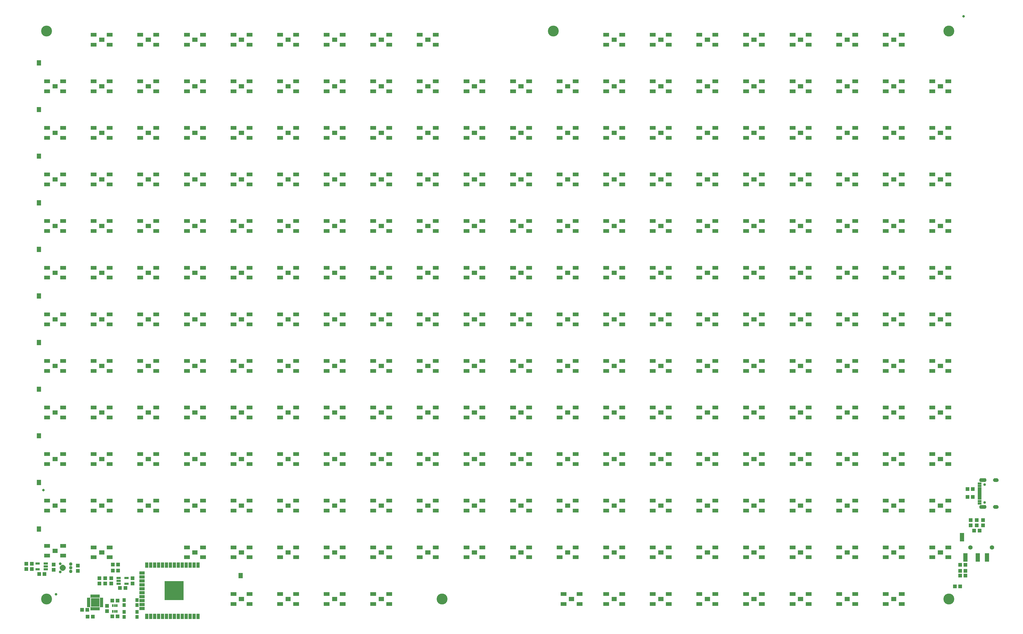
<source format=gts>
G04 EAGLE Gerber RS-274X export*
G75*
%MOMM*%
%FSLAX34Y34*%
%LPD*%
%INSoldermask Top*%
%IPPOS*%
%AMOC8*
5,1,8,0,0,1.08239X$1,22.5*%
G01*
%ADD10R,1.203200X1.303200*%
%ADD11C,0.838200*%
%ADD12R,0.503200X0.863200*%
%ADD13R,1.303200X1.203200*%
%ADD14R,1.103200X1.203200*%
%ADD15R,1.103200X1.703200*%
%ADD16R,1.703200X1.103200*%
%ADD17R,6.203200X6.203200*%
%ADD18R,1.403200X0.753200*%
%ADD19R,0.503200X1.053200*%
%ADD20R,1.053200X0.503200*%
%ADD21R,2.753200X2.753200*%
%ADD22C,3.505200*%
%ADD23R,1.219200X0.503200*%
%ADD24R,1.219200X0.803200*%
%ADD25R,1.219200X0.753200*%
%ADD26C,0.853200*%
%ADD27R,1.403200X2.703200*%
%ADD28C,1.403200*%
%ADD29C,0.500000*%
%ADD30C,0.903200*%
%ADD31C,1.103200*%
%ADD32R,1.854200X1.203200*%
%ADD33R,0.838200X1.473200*%
%ADD34R,1.473200X0.838200*%

G36*
X3095355Y451584D02*
X3095355Y451584D01*
X3095358Y451581D01*
X3096625Y451786D01*
X3096631Y451792D01*
X3096636Y451789D01*
X3097825Y452271D01*
X3097829Y452278D01*
X3097835Y452276D01*
X3098888Y453010D01*
X3098890Y453018D01*
X3098896Y453017D01*
X3099759Y453967D01*
X3099760Y453976D01*
X3099765Y453976D01*
X3100395Y455095D01*
X3100394Y455103D01*
X3100400Y455105D01*
X3100765Y456335D01*
X3100762Y456342D01*
X3100766Y456345D01*
X3100765Y456345D01*
X3100767Y456346D01*
X3100849Y457627D01*
X3100847Y457631D01*
X3100849Y457633D01*
X3100767Y458914D01*
X3100761Y458920D01*
X3100765Y458925D01*
X3100400Y460155D01*
X3100393Y460160D01*
X3100395Y460165D01*
X3099765Y461284D01*
X3099758Y461287D01*
X3099759Y461293D01*
X3098896Y462243D01*
X3098888Y462244D01*
X3098888Y462250D01*
X3097835Y462984D01*
X3097827Y462984D01*
X3097825Y462989D01*
X3096636Y463471D01*
X3096628Y463469D01*
X3096625Y463474D01*
X3095358Y463679D01*
X3095353Y463676D01*
X3095350Y463679D01*
X3083350Y463679D01*
X3083346Y463676D01*
X3083343Y463679D01*
X3082221Y463524D01*
X3082216Y463519D01*
X3082212Y463522D01*
X3081141Y463151D01*
X3081137Y463145D01*
X3081132Y463147D01*
X3080155Y462574D01*
X3080152Y462568D01*
X3080147Y462569D01*
X3079300Y461816D01*
X3079298Y461809D01*
X3079293Y461809D01*
X3078609Y460906D01*
X3078609Y460899D01*
X3078604Y460898D01*
X3078109Y459879D01*
X3078111Y459872D01*
X3078109Y459871D01*
X3078106Y459870D01*
X3077819Y458773D01*
X3077822Y458767D01*
X3077818Y458764D01*
X3077751Y457633D01*
X3077753Y457629D01*
X3077751Y457627D01*
X3077818Y456496D01*
X3077823Y456491D01*
X3077819Y456487D01*
X3078106Y455390D01*
X3078112Y455386D01*
X3078109Y455381D01*
X3078604Y454362D01*
X3078610Y454359D01*
X3078609Y454354D01*
X3079293Y453451D01*
X3079300Y453449D01*
X3079300Y453444D01*
X3080147Y452691D01*
X3080154Y452691D01*
X3080155Y452686D01*
X3081132Y452113D01*
X3081139Y452114D01*
X3081141Y452109D01*
X3082212Y451738D01*
X3082218Y451741D01*
X3082221Y451736D01*
X3083343Y451581D01*
X3083348Y451584D01*
X3083350Y451581D01*
X3095350Y451581D01*
X3095355Y451584D01*
G37*
G36*
X3095355Y365184D02*
X3095355Y365184D01*
X3095358Y365181D01*
X3096625Y365386D01*
X3096631Y365392D01*
X3096636Y365389D01*
X3097825Y365871D01*
X3097829Y365878D01*
X3097835Y365876D01*
X3098888Y366610D01*
X3098890Y366618D01*
X3098896Y366617D01*
X3099759Y367567D01*
X3099760Y367576D01*
X3099765Y367576D01*
X3100395Y368695D01*
X3100394Y368703D01*
X3100400Y368705D01*
X3100765Y369935D01*
X3100762Y369942D01*
X3100766Y369945D01*
X3100765Y369945D01*
X3100767Y369946D01*
X3100849Y371227D01*
X3100847Y371231D01*
X3100849Y371233D01*
X3100767Y372514D01*
X3100761Y372520D01*
X3100765Y372525D01*
X3100400Y373755D01*
X3100393Y373760D01*
X3100395Y373765D01*
X3099765Y374884D01*
X3099758Y374887D01*
X3099759Y374893D01*
X3098896Y375843D01*
X3098888Y375844D01*
X3098888Y375850D01*
X3097835Y376584D01*
X3097827Y376584D01*
X3097825Y376589D01*
X3096636Y377071D01*
X3096628Y377069D01*
X3096625Y377074D01*
X3095358Y377279D01*
X3095353Y377276D01*
X3095350Y377279D01*
X3083350Y377279D01*
X3083346Y377276D01*
X3083343Y377279D01*
X3082221Y377124D01*
X3082216Y377119D01*
X3082212Y377122D01*
X3081141Y376751D01*
X3081137Y376745D01*
X3081132Y376747D01*
X3080155Y376174D01*
X3080152Y376168D01*
X3080147Y376169D01*
X3079300Y375416D01*
X3079298Y375409D01*
X3079293Y375409D01*
X3078609Y374506D01*
X3078609Y374499D01*
X3078604Y374498D01*
X3078109Y373479D01*
X3078111Y373472D01*
X3078109Y373471D01*
X3078106Y373470D01*
X3077819Y372373D01*
X3077822Y372367D01*
X3077818Y372364D01*
X3077751Y371233D01*
X3077753Y371229D01*
X3077751Y371227D01*
X3077818Y370096D01*
X3077823Y370091D01*
X3077819Y370087D01*
X3078106Y368990D01*
X3078112Y368986D01*
X3078109Y368981D01*
X3078604Y367962D01*
X3078610Y367959D01*
X3078609Y367954D01*
X3079293Y367051D01*
X3079300Y367049D01*
X3079300Y367044D01*
X3080147Y366291D01*
X3080154Y366291D01*
X3080155Y366286D01*
X3081132Y365713D01*
X3081139Y365714D01*
X3081141Y365709D01*
X3082212Y365338D01*
X3082218Y365341D01*
X3082221Y365336D01*
X3083343Y365181D01*
X3083348Y365184D01*
X3083350Y365181D01*
X3095350Y365181D01*
X3095355Y365184D01*
G37*
G36*
X3134154Y365183D02*
X3134154Y365183D01*
X3134156Y365181D01*
X3135485Y365336D01*
X3135491Y365342D01*
X3135495Y365339D01*
X3136756Y365786D01*
X3136761Y365793D01*
X3136766Y365791D01*
X3137896Y366508D01*
X3137899Y366515D01*
X3137905Y366514D01*
X3138847Y367465D01*
X3138848Y367473D01*
X3138854Y367473D01*
X3139561Y368609D01*
X3139561Y368614D01*
X3139562Y368615D01*
X3139561Y368617D01*
X3139566Y368619D01*
X3140002Y369884D01*
X3140000Y369892D01*
X3140005Y369895D01*
X3140149Y371225D01*
X3140145Y371231D01*
X3140149Y371235D01*
X3140039Y372401D01*
X3140034Y372406D01*
X3140037Y372410D01*
X3139702Y373533D01*
X3139696Y373537D01*
X3139698Y373541D01*
X3139150Y374577D01*
X3139144Y374580D01*
X3139145Y374585D01*
X3138406Y375493D01*
X3138399Y375495D01*
X3138399Y375500D01*
X3137497Y376247D01*
X3137490Y376247D01*
X3137489Y376253D01*
X3136458Y376809D01*
X3136451Y376808D01*
X3136449Y376813D01*
X3135330Y377157D01*
X3135323Y377155D01*
X3135320Y377159D01*
X3134155Y377279D01*
X3134152Y377277D01*
X3134150Y377279D01*
X3128150Y377279D01*
X3128147Y377277D01*
X3128145Y377279D01*
X3126969Y377168D01*
X3126964Y377163D01*
X3126960Y377166D01*
X3125828Y376828D01*
X3125824Y376822D01*
X3125819Y376824D01*
X3124775Y376272D01*
X3124772Y376265D01*
X3124767Y376267D01*
X3123851Y375521D01*
X3123850Y375514D01*
X3123844Y375514D01*
X3123091Y374605D01*
X3123091Y374597D01*
X3123086Y374597D01*
X3122525Y373557D01*
X3122526Y373550D01*
X3122521Y373548D01*
X3122174Y372419D01*
X3122176Y372413D01*
X3122172Y372410D01*
X3122051Y371235D01*
X3122055Y371228D01*
X3122051Y371224D01*
X3122208Y369884D01*
X3122213Y369878D01*
X3122210Y369873D01*
X3122661Y368602D01*
X3122668Y368597D01*
X3122666Y368592D01*
X3123388Y367453D01*
X3123396Y367450D01*
X3123395Y367444D01*
X3124353Y366494D01*
X3124361Y366493D01*
X3124362Y366487D01*
X3125507Y365774D01*
X3125516Y365775D01*
X3125517Y365769D01*
X3126793Y365329D01*
X3126800Y365331D01*
X3126802Y365329D01*
X3126803Y365327D01*
X3128145Y365181D01*
X3128148Y365183D01*
X3128150Y365181D01*
X3134150Y365181D01*
X3134154Y365183D01*
G37*
G36*
X3134154Y451583D02*
X3134154Y451583D01*
X3134156Y451581D01*
X3135485Y451736D01*
X3135491Y451742D01*
X3135495Y451739D01*
X3136756Y452186D01*
X3136761Y452193D01*
X3136766Y452191D01*
X3137896Y452908D01*
X3137899Y452915D01*
X3137905Y452914D01*
X3138847Y453865D01*
X3138848Y453873D01*
X3138854Y453873D01*
X3139561Y455009D01*
X3139561Y455014D01*
X3139562Y455015D01*
X3139560Y455017D01*
X3139566Y455019D01*
X3140002Y456284D01*
X3140000Y456292D01*
X3140005Y456295D01*
X3140149Y457625D01*
X3140145Y457631D01*
X3140149Y457635D01*
X3140039Y458801D01*
X3140034Y458806D01*
X3140037Y458810D01*
X3139702Y459933D01*
X3139696Y459937D01*
X3139698Y459941D01*
X3139150Y460977D01*
X3139144Y460980D01*
X3139145Y460985D01*
X3138406Y461893D01*
X3138399Y461895D01*
X3138399Y461900D01*
X3137497Y462647D01*
X3137490Y462647D01*
X3137489Y462653D01*
X3136458Y463209D01*
X3136451Y463208D01*
X3136449Y463213D01*
X3135330Y463557D01*
X3135323Y463555D01*
X3135320Y463559D01*
X3134155Y463679D01*
X3134152Y463677D01*
X3134150Y463679D01*
X3128150Y463679D01*
X3128147Y463677D01*
X3128145Y463679D01*
X3126969Y463568D01*
X3126964Y463563D01*
X3126960Y463566D01*
X3125828Y463228D01*
X3125824Y463222D01*
X3125819Y463224D01*
X3124775Y462672D01*
X3124772Y462665D01*
X3124767Y462667D01*
X3123851Y461921D01*
X3123850Y461914D01*
X3123844Y461914D01*
X3123091Y461005D01*
X3123091Y460997D01*
X3123086Y460997D01*
X3122525Y459957D01*
X3122526Y459950D01*
X3122521Y459948D01*
X3122174Y458819D01*
X3122176Y458813D01*
X3122172Y458810D01*
X3122051Y457635D01*
X3122055Y457628D01*
X3122051Y457624D01*
X3122208Y456284D01*
X3122213Y456278D01*
X3122210Y456273D01*
X3122661Y455002D01*
X3122668Y454997D01*
X3122666Y454992D01*
X3123388Y453853D01*
X3123396Y453850D01*
X3123395Y453844D01*
X3124353Y452894D01*
X3124361Y452893D01*
X3124362Y452887D01*
X3125507Y452174D01*
X3125516Y452175D01*
X3125517Y452169D01*
X3126793Y451729D01*
X3126800Y451731D01*
X3126802Y451729D01*
X3126803Y451727D01*
X3128145Y451581D01*
X3128148Y451583D01*
X3128150Y451581D01*
X3134150Y451581D01*
X3134154Y451583D01*
G37*
D10*
X27450Y171200D03*
X27450Y188200D03*
D11*
X3027500Y1950000D03*
X65000Y425000D03*
X105000Y90000D03*
D12*
X288300Y35250D03*
X294800Y53650D03*
X301300Y53650D03*
X288300Y53650D03*
X294800Y35250D03*
X301300Y35250D03*
D13*
X206600Y17900D03*
X223600Y17900D03*
X286300Y19050D03*
X303300Y19050D03*
X286300Y69850D03*
X303300Y69850D03*
D10*
X269400Y52950D03*
X269400Y35950D03*
D14*
X325100Y55500D03*
X325100Y71500D03*
X366100Y71500D03*
X366100Y55500D03*
X366100Y33400D03*
X366100Y17400D03*
X325100Y17400D03*
X325100Y33400D03*
D15*
X562300Y183980D03*
X549600Y183980D03*
X536900Y183980D03*
X524200Y183980D03*
X511500Y183980D03*
X498800Y183980D03*
X486100Y183980D03*
X473400Y183980D03*
X460700Y183980D03*
X448000Y183980D03*
X435300Y183980D03*
X422600Y183980D03*
X409900Y183980D03*
X397200Y183980D03*
D16*
X382300Y158750D03*
X382300Y146050D03*
X382300Y133350D03*
X382300Y120650D03*
X382300Y107950D03*
X382300Y95250D03*
X382300Y82550D03*
X382300Y69850D03*
X382300Y57150D03*
X382300Y44450D03*
D15*
X397200Y19220D03*
X409900Y19220D03*
X422600Y19220D03*
X435300Y19220D03*
X448000Y19220D03*
X460700Y19220D03*
X473400Y19220D03*
X486100Y19220D03*
X498800Y19220D03*
X511500Y19220D03*
X524200Y19220D03*
X536900Y19220D03*
X549600Y19220D03*
X562300Y19220D03*
D17*
X485300Y101600D03*
D18*
X72201Y170200D03*
X72201Y179700D03*
X72201Y189200D03*
X46199Y189200D03*
X46199Y170200D03*
D19*
X218800Y84000D03*
X223800Y84000D03*
X228800Y84000D03*
X233800Y84000D03*
X238800Y84000D03*
X243800Y84000D03*
D20*
X251800Y76000D03*
X251800Y71000D03*
X251800Y66000D03*
X251800Y61000D03*
X251800Y56000D03*
X251800Y51000D03*
X210800Y51000D03*
X210800Y56000D03*
X210800Y61000D03*
X210800Y66000D03*
X210800Y71000D03*
X210800Y76000D03*
D19*
X243800Y43000D03*
X238800Y43000D03*
X233800Y43000D03*
X228800Y43000D03*
X223800Y43000D03*
X218800Y43000D03*
D21*
X231300Y63500D03*
D22*
X2980000Y75000D03*
X75000Y75000D03*
D23*
X3078610Y421930D03*
X3078610Y416930D03*
D24*
X3078610Y446680D03*
D25*
X3078610Y438930D03*
D23*
X3078610Y431930D03*
X3078610Y426930D03*
X3078610Y406930D03*
X3078610Y411930D03*
D24*
X3078610Y382180D03*
D25*
X3078610Y389930D03*
D23*
X3078610Y396930D03*
X3078610Y401930D03*
D26*
X3094600Y385530D03*
X3094600Y443330D03*
D13*
X3039900Y428400D03*
X3056900Y428400D03*
X3039900Y403000D03*
X3056900Y403000D03*
D27*
X3033000Y208500D03*
X3022000Y273500D03*
X3073000Y208500D03*
X3103000Y208500D03*
D28*
X3119000Y241000D03*
X3049000Y241000D03*
D29*
X120000Y175200D02*
X120002Y175372D01*
X120008Y175543D01*
X120019Y175715D01*
X120034Y175886D01*
X120053Y176057D01*
X120076Y176227D01*
X120103Y176397D01*
X120135Y176566D01*
X120170Y176734D01*
X120210Y176901D01*
X120254Y177067D01*
X120301Y177232D01*
X120353Y177396D01*
X120409Y177558D01*
X120469Y177719D01*
X120533Y177879D01*
X120601Y178037D01*
X120672Y178193D01*
X120747Y178347D01*
X120827Y178500D01*
X120909Y178650D01*
X120996Y178799D01*
X121086Y178945D01*
X121180Y179089D01*
X121277Y179231D01*
X121378Y179370D01*
X121482Y179507D01*
X121589Y179641D01*
X121700Y179772D01*
X121813Y179901D01*
X121930Y180027D01*
X122050Y180150D01*
X122173Y180270D01*
X122299Y180387D01*
X122428Y180500D01*
X122559Y180611D01*
X122693Y180718D01*
X122830Y180822D01*
X122969Y180923D01*
X123111Y181020D01*
X123255Y181114D01*
X123401Y181204D01*
X123550Y181291D01*
X123700Y181373D01*
X123853Y181453D01*
X124007Y181528D01*
X124163Y181599D01*
X124321Y181667D01*
X124481Y181731D01*
X124642Y181791D01*
X124804Y181847D01*
X124968Y181899D01*
X125133Y181946D01*
X125299Y181990D01*
X125466Y182030D01*
X125634Y182065D01*
X125803Y182097D01*
X125973Y182124D01*
X126143Y182147D01*
X126314Y182166D01*
X126485Y182181D01*
X126657Y182192D01*
X126828Y182198D01*
X127000Y182200D01*
X127172Y182198D01*
X127343Y182192D01*
X127515Y182181D01*
X127686Y182166D01*
X127857Y182147D01*
X128027Y182124D01*
X128197Y182097D01*
X128366Y182065D01*
X128534Y182030D01*
X128701Y181990D01*
X128867Y181946D01*
X129032Y181899D01*
X129196Y181847D01*
X129358Y181791D01*
X129519Y181731D01*
X129679Y181667D01*
X129837Y181599D01*
X129993Y181528D01*
X130147Y181453D01*
X130300Y181373D01*
X130450Y181291D01*
X130599Y181204D01*
X130745Y181114D01*
X130889Y181020D01*
X131031Y180923D01*
X131170Y180822D01*
X131307Y180718D01*
X131441Y180611D01*
X131572Y180500D01*
X131701Y180387D01*
X131827Y180270D01*
X131950Y180150D01*
X132070Y180027D01*
X132187Y179901D01*
X132300Y179772D01*
X132411Y179641D01*
X132518Y179507D01*
X132622Y179370D01*
X132723Y179231D01*
X132820Y179089D01*
X132914Y178945D01*
X133004Y178799D01*
X133091Y178650D01*
X133173Y178500D01*
X133253Y178347D01*
X133328Y178193D01*
X133399Y178037D01*
X133467Y177879D01*
X133531Y177719D01*
X133591Y177558D01*
X133647Y177396D01*
X133699Y177232D01*
X133746Y177067D01*
X133790Y176901D01*
X133830Y176734D01*
X133865Y176566D01*
X133897Y176397D01*
X133924Y176227D01*
X133947Y176057D01*
X133966Y175886D01*
X133981Y175715D01*
X133992Y175543D01*
X133998Y175372D01*
X134000Y175200D01*
X133998Y175028D01*
X133992Y174857D01*
X133981Y174685D01*
X133966Y174514D01*
X133947Y174343D01*
X133924Y174173D01*
X133897Y174003D01*
X133865Y173834D01*
X133830Y173666D01*
X133790Y173499D01*
X133746Y173333D01*
X133699Y173168D01*
X133647Y173004D01*
X133591Y172842D01*
X133531Y172681D01*
X133467Y172521D01*
X133399Y172363D01*
X133328Y172207D01*
X133253Y172053D01*
X133173Y171900D01*
X133091Y171750D01*
X133004Y171601D01*
X132914Y171455D01*
X132820Y171311D01*
X132723Y171169D01*
X132622Y171030D01*
X132518Y170893D01*
X132411Y170759D01*
X132300Y170628D01*
X132187Y170499D01*
X132070Y170373D01*
X131950Y170250D01*
X131827Y170130D01*
X131701Y170013D01*
X131572Y169900D01*
X131441Y169789D01*
X131307Y169682D01*
X131170Y169578D01*
X131031Y169477D01*
X130889Y169380D01*
X130745Y169286D01*
X130599Y169196D01*
X130450Y169109D01*
X130300Y169027D01*
X130147Y168947D01*
X129993Y168872D01*
X129837Y168801D01*
X129679Y168733D01*
X129519Y168669D01*
X129358Y168609D01*
X129196Y168553D01*
X129032Y168501D01*
X128867Y168454D01*
X128701Y168410D01*
X128534Y168370D01*
X128366Y168335D01*
X128197Y168303D01*
X128027Y168276D01*
X127857Y168253D01*
X127686Y168234D01*
X127515Y168219D01*
X127343Y168208D01*
X127172Y168202D01*
X127000Y168200D01*
X126828Y168202D01*
X126657Y168208D01*
X126485Y168219D01*
X126314Y168234D01*
X126143Y168253D01*
X125973Y168276D01*
X125803Y168303D01*
X125634Y168335D01*
X125466Y168370D01*
X125299Y168410D01*
X125133Y168454D01*
X124968Y168501D01*
X124804Y168553D01*
X124642Y168609D01*
X124481Y168669D01*
X124321Y168733D01*
X124163Y168801D01*
X124007Y168872D01*
X123853Y168947D01*
X123700Y169027D01*
X123550Y169109D01*
X123401Y169196D01*
X123255Y169286D01*
X123111Y169380D01*
X122969Y169477D01*
X122830Y169578D01*
X122693Y169682D01*
X122559Y169789D01*
X122428Y169900D01*
X122299Y170013D01*
X122173Y170130D01*
X122050Y170250D01*
X121930Y170373D01*
X121813Y170499D01*
X121700Y170628D01*
X121589Y170759D01*
X121482Y170893D01*
X121378Y171030D01*
X121277Y171169D01*
X121180Y171311D01*
X121086Y171455D01*
X120996Y171601D01*
X120909Y171750D01*
X120827Y171900D01*
X120747Y172053D01*
X120672Y172207D01*
X120601Y172363D01*
X120533Y172521D01*
X120469Y172681D01*
X120409Y172842D01*
X120353Y173004D01*
X120301Y173168D01*
X120254Y173333D01*
X120210Y173499D01*
X120170Y173666D01*
X120135Y173834D01*
X120103Y174003D01*
X120076Y174173D01*
X120053Y174343D01*
X120034Y174514D01*
X120019Y174685D01*
X120008Y174857D01*
X120002Y175028D01*
X120000Y175200D01*
D30*
X119000Y162200D03*
D31*
X153200Y175200D03*
X153200Y187200D03*
D30*
X119000Y188200D03*
D31*
X153200Y163200D03*
X127000Y175200D03*
D10*
X175800Y182200D03*
X175800Y165200D03*
D13*
X305500Y166400D03*
X288500Y166400D03*
D18*
X306699Y142800D03*
X306699Y133300D03*
X306699Y123800D03*
X332701Y123800D03*
X332701Y142800D03*
D10*
X282950Y124800D03*
X282950Y141800D03*
X244850Y141800D03*
X244850Y124800D03*
X263900Y124800D03*
X263900Y141800D03*
D13*
X311500Y110000D03*
X328500Y110000D03*
D10*
X351450Y141800D03*
X351450Y124800D03*
D13*
X305500Y185450D03*
X288500Y185450D03*
X2999500Y115000D03*
X3016500Y115000D03*
D10*
X3090000Y311500D03*
X3090000Y328500D03*
X3050000Y328500D03*
X3050000Y311500D03*
D13*
X3033500Y165000D03*
X3016500Y165000D03*
D10*
X3070000Y311500D03*
X3070000Y328500D03*
D13*
X3016500Y150000D03*
X3033500Y150000D03*
X3078500Y295000D03*
X3061500Y295000D03*
X3016500Y185000D03*
X3033500Y185000D03*
D32*
X278270Y1859000D03*
X226730Y1859000D03*
X226730Y1891000D03*
X278270Y1891000D03*
X428270Y1859000D03*
X376730Y1859000D03*
X376730Y1891000D03*
X428270Y1891000D03*
D33*
X248436Y1875000D03*
X256564Y1875000D03*
X398436Y1875000D03*
X406564Y1875000D03*
D32*
X578270Y1859000D03*
X526730Y1859000D03*
X526730Y1891000D03*
X578270Y1891000D03*
X728270Y1859000D03*
X676730Y1859000D03*
X676730Y1891000D03*
X728270Y1891000D03*
D33*
X548436Y1875000D03*
X556564Y1875000D03*
X698436Y1875000D03*
X706564Y1875000D03*
D32*
X878270Y1859000D03*
X826730Y1859000D03*
X826730Y1891000D03*
X878270Y1891000D03*
X1028270Y1859000D03*
X976730Y1859000D03*
X976730Y1891000D03*
X1028270Y1891000D03*
D33*
X848436Y1875000D03*
X856564Y1875000D03*
X998436Y1875000D03*
X1006564Y1875000D03*
D32*
X1178270Y1859000D03*
X1126730Y1859000D03*
X1126730Y1891000D03*
X1178270Y1891000D03*
X1328270Y1859000D03*
X1276730Y1859000D03*
X1276730Y1891000D03*
X1328270Y1891000D03*
D33*
X1148436Y1875000D03*
X1156564Y1875000D03*
X1298436Y1875000D03*
X1306564Y1875000D03*
D32*
X1928270Y1859000D03*
X1876730Y1859000D03*
X1876730Y1891000D03*
X1928270Y1891000D03*
X2078270Y1859000D03*
X2026730Y1859000D03*
X2026730Y1891000D03*
X2078270Y1891000D03*
D33*
X1898436Y1875000D03*
X1906564Y1875000D03*
X2048436Y1875000D03*
X2056564Y1875000D03*
D32*
X2228270Y1859000D03*
X2176730Y1859000D03*
X2176730Y1891000D03*
X2228270Y1891000D03*
X2378270Y1859000D03*
X2326730Y1859000D03*
X2326730Y1891000D03*
X2378270Y1891000D03*
D33*
X2198436Y1875000D03*
X2206564Y1875000D03*
X2348436Y1875000D03*
X2356564Y1875000D03*
D32*
X2528270Y1859000D03*
X2476730Y1859000D03*
X2476730Y1891000D03*
X2528270Y1891000D03*
X2678270Y1859000D03*
X2626730Y1859000D03*
X2626730Y1891000D03*
X2678270Y1891000D03*
D33*
X2498436Y1875000D03*
X2506564Y1875000D03*
X2648436Y1875000D03*
X2656564Y1875000D03*
D32*
X2828270Y1859000D03*
X2776730Y1859000D03*
X2776730Y1891000D03*
X2828270Y1891000D03*
D33*
X2798436Y1875000D03*
X2806564Y1875000D03*
D32*
X128270Y1709000D03*
X76730Y1709000D03*
X76730Y1741000D03*
X128270Y1741000D03*
D33*
X98436Y1725000D03*
X106564Y1725000D03*
D32*
X278270Y1709000D03*
X226730Y1709000D03*
X226730Y1741000D03*
X278270Y1741000D03*
D33*
X248436Y1725000D03*
X256564Y1725000D03*
D32*
X428270Y1709000D03*
X376730Y1709000D03*
X376730Y1741000D03*
X428270Y1741000D03*
X578270Y1709000D03*
X526730Y1709000D03*
X526730Y1741000D03*
X578270Y1741000D03*
D33*
X398436Y1725000D03*
X406564Y1725000D03*
X548436Y1725000D03*
X556564Y1725000D03*
D32*
X728270Y1709000D03*
X676730Y1709000D03*
X676730Y1741000D03*
X728270Y1741000D03*
X878270Y1709000D03*
X826730Y1709000D03*
X826730Y1741000D03*
X878270Y1741000D03*
D33*
X698436Y1725000D03*
X706564Y1725000D03*
X848436Y1725000D03*
X856564Y1725000D03*
D32*
X1028270Y1709000D03*
X976730Y1709000D03*
X976730Y1741000D03*
X1028270Y1741000D03*
X1178270Y1709000D03*
X1126730Y1709000D03*
X1126730Y1741000D03*
X1178270Y1741000D03*
D33*
X998436Y1725000D03*
X1006564Y1725000D03*
X1148436Y1725000D03*
X1156564Y1725000D03*
D32*
X1328270Y1709000D03*
X1276730Y1709000D03*
X1276730Y1741000D03*
X1328270Y1741000D03*
X1478270Y1709000D03*
X1426730Y1709000D03*
X1426730Y1741000D03*
X1478270Y1741000D03*
D33*
X1298436Y1725000D03*
X1306564Y1725000D03*
X1448436Y1725000D03*
X1456564Y1725000D03*
D32*
X1628270Y1709000D03*
X1576730Y1709000D03*
X1576730Y1741000D03*
X1628270Y1741000D03*
X1778270Y1709000D03*
X1726730Y1709000D03*
X1726730Y1741000D03*
X1778270Y1741000D03*
D33*
X1598436Y1725000D03*
X1606564Y1725000D03*
X1748436Y1725000D03*
X1756564Y1725000D03*
D32*
X1928270Y1709000D03*
X1876730Y1709000D03*
X1876730Y1741000D03*
X1928270Y1741000D03*
D33*
X1898436Y1725000D03*
X1906564Y1725000D03*
D32*
X2078270Y1709000D03*
X2026730Y1709000D03*
X2026730Y1741000D03*
X2078270Y1741000D03*
X2228270Y1709000D03*
X2176730Y1709000D03*
X2176730Y1741000D03*
X2228270Y1741000D03*
D33*
X2048436Y1725000D03*
X2056564Y1725000D03*
X2198436Y1725000D03*
X2206564Y1725000D03*
D32*
X2378270Y1709000D03*
X2326730Y1709000D03*
X2326730Y1741000D03*
X2378270Y1741000D03*
X2528270Y1709000D03*
X2476730Y1709000D03*
X2476730Y1741000D03*
X2528270Y1741000D03*
D33*
X2348436Y1725000D03*
X2356564Y1725000D03*
X2498436Y1725000D03*
X2506564Y1725000D03*
D32*
X2678270Y1709000D03*
X2626730Y1709000D03*
X2626730Y1741000D03*
X2678270Y1741000D03*
X2828270Y1709000D03*
X2776730Y1709000D03*
X2776730Y1741000D03*
X2828270Y1741000D03*
D33*
X2648436Y1725000D03*
X2656564Y1725000D03*
X2798436Y1725000D03*
X2806564Y1725000D03*
D32*
X2978270Y1709000D03*
X2926730Y1709000D03*
X2926730Y1741000D03*
X2978270Y1741000D03*
D33*
X2948436Y1725000D03*
X2956564Y1725000D03*
D32*
X128270Y1559000D03*
X76730Y1559000D03*
X76730Y1591000D03*
X128270Y1591000D03*
X278270Y1559000D03*
X226730Y1559000D03*
X226730Y1591000D03*
X278270Y1591000D03*
D33*
X98436Y1575000D03*
X106564Y1575000D03*
X248436Y1575000D03*
X256564Y1575000D03*
D32*
X428270Y1559000D03*
X376730Y1559000D03*
X376730Y1591000D03*
X428270Y1591000D03*
D33*
X398436Y1575000D03*
X406564Y1575000D03*
D32*
X578270Y1559000D03*
X526730Y1559000D03*
X526730Y1591000D03*
X578270Y1591000D03*
X728270Y1559000D03*
X676730Y1559000D03*
X676730Y1591000D03*
X728270Y1591000D03*
D33*
X548436Y1575000D03*
X556564Y1575000D03*
X698436Y1575000D03*
X706564Y1575000D03*
D32*
X878270Y1559000D03*
X826730Y1559000D03*
X826730Y1591000D03*
X878270Y1591000D03*
X1028270Y1559000D03*
X976730Y1559000D03*
X976730Y1591000D03*
X1028270Y1591000D03*
D33*
X848436Y1575000D03*
X856564Y1575000D03*
X998436Y1575000D03*
X1006564Y1575000D03*
D32*
X1178270Y1559000D03*
X1126730Y1559000D03*
X1126730Y1591000D03*
X1178270Y1591000D03*
X1328270Y1559000D03*
X1276730Y1559000D03*
X1276730Y1591000D03*
X1328270Y1591000D03*
D33*
X1148436Y1575000D03*
X1156564Y1575000D03*
X1298436Y1575000D03*
X1306564Y1575000D03*
D32*
X1478270Y1559000D03*
X1426730Y1559000D03*
X1426730Y1591000D03*
X1478270Y1591000D03*
X1628270Y1559000D03*
X1576730Y1559000D03*
X1576730Y1591000D03*
X1628270Y1591000D03*
D33*
X1448436Y1575000D03*
X1456564Y1575000D03*
X1598436Y1575000D03*
X1606564Y1575000D03*
D32*
X1778270Y1559000D03*
X1726730Y1559000D03*
X1726730Y1591000D03*
X1778270Y1591000D03*
X1928270Y1559000D03*
X1876730Y1559000D03*
X1876730Y1591000D03*
X1928270Y1591000D03*
D33*
X1748436Y1575000D03*
X1756564Y1575000D03*
X1898436Y1575000D03*
X1906564Y1575000D03*
D32*
X2078270Y1559000D03*
X2026730Y1559000D03*
X2026730Y1591000D03*
X2078270Y1591000D03*
D33*
X2048436Y1575000D03*
X2056564Y1575000D03*
D32*
X2228270Y1559000D03*
X2176730Y1559000D03*
X2176730Y1591000D03*
X2228270Y1591000D03*
X2378270Y1559000D03*
X2326730Y1559000D03*
X2326730Y1591000D03*
X2378270Y1591000D03*
D33*
X2198436Y1575000D03*
X2206564Y1575000D03*
X2348436Y1575000D03*
X2356564Y1575000D03*
D32*
X2528270Y1559000D03*
X2476730Y1559000D03*
X2476730Y1591000D03*
X2528270Y1591000D03*
X2678270Y1559000D03*
X2626730Y1559000D03*
X2626730Y1591000D03*
X2678270Y1591000D03*
D33*
X2498436Y1575000D03*
X2506564Y1575000D03*
X2648436Y1575000D03*
X2656564Y1575000D03*
D32*
X2828270Y1559000D03*
X2776730Y1559000D03*
X2776730Y1591000D03*
X2828270Y1591000D03*
X2978270Y1559000D03*
X2926730Y1559000D03*
X2926730Y1591000D03*
X2978270Y1591000D03*
D33*
X2798436Y1575000D03*
X2806564Y1575000D03*
X2948436Y1575000D03*
X2956564Y1575000D03*
D32*
X128270Y1409000D03*
X76730Y1409000D03*
X76730Y1441000D03*
X128270Y1441000D03*
D33*
X98436Y1425000D03*
X106564Y1425000D03*
D32*
X278270Y1409000D03*
X226730Y1409000D03*
X226730Y1441000D03*
X278270Y1441000D03*
X428270Y1409000D03*
X376730Y1409000D03*
X376730Y1441000D03*
X428270Y1441000D03*
D33*
X248436Y1425000D03*
X256564Y1425000D03*
X398436Y1425000D03*
X406564Y1425000D03*
D32*
X578270Y1409000D03*
X526730Y1409000D03*
X526730Y1441000D03*
X578270Y1441000D03*
D33*
X548436Y1425000D03*
X556564Y1425000D03*
D32*
X728270Y1409000D03*
X676730Y1409000D03*
X676730Y1441000D03*
X728270Y1441000D03*
X878270Y1409000D03*
X826730Y1409000D03*
X826730Y1441000D03*
X878270Y1441000D03*
D33*
X698436Y1425000D03*
X706564Y1425000D03*
X848436Y1425000D03*
X856564Y1425000D03*
D32*
X1028270Y1409000D03*
X976730Y1409000D03*
X976730Y1441000D03*
X1028270Y1441000D03*
X1178270Y1409000D03*
X1126730Y1409000D03*
X1126730Y1441000D03*
X1178270Y1441000D03*
D33*
X998436Y1425000D03*
X1006564Y1425000D03*
X1148436Y1425000D03*
X1156564Y1425000D03*
D32*
X1328270Y1409000D03*
X1276730Y1409000D03*
X1276730Y1441000D03*
X1328270Y1441000D03*
X1478270Y1409000D03*
X1426730Y1409000D03*
X1426730Y1441000D03*
X1478270Y1441000D03*
D33*
X1298436Y1425000D03*
X1306564Y1425000D03*
X1448436Y1425000D03*
X1456564Y1425000D03*
D32*
X1628270Y1409000D03*
X1576730Y1409000D03*
X1576730Y1441000D03*
X1628270Y1441000D03*
X1778270Y1409000D03*
X1726730Y1409000D03*
X1726730Y1441000D03*
X1778270Y1441000D03*
D33*
X1598436Y1425000D03*
X1606564Y1425000D03*
X1748436Y1425000D03*
X1756564Y1425000D03*
D32*
X1928270Y1409000D03*
X1876730Y1409000D03*
X1876730Y1441000D03*
X1928270Y1441000D03*
X2078270Y1409000D03*
X2026730Y1409000D03*
X2026730Y1441000D03*
X2078270Y1441000D03*
D33*
X1898436Y1425000D03*
X1906564Y1425000D03*
X2048436Y1425000D03*
X2056564Y1425000D03*
D32*
X2228270Y1409000D03*
X2176730Y1409000D03*
X2176730Y1441000D03*
X2228270Y1441000D03*
D33*
X2198436Y1425000D03*
X2206564Y1425000D03*
D32*
X2378270Y1409000D03*
X2326730Y1409000D03*
X2326730Y1441000D03*
X2378270Y1441000D03*
X2528270Y1409000D03*
X2476730Y1409000D03*
X2476730Y1441000D03*
X2528270Y1441000D03*
D33*
X2348436Y1425000D03*
X2356564Y1425000D03*
X2498436Y1425000D03*
X2506564Y1425000D03*
D32*
X2678270Y1409000D03*
X2626730Y1409000D03*
X2626730Y1441000D03*
X2678270Y1441000D03*
X2828270Y1409000D03*
X2776730Y1409000D03*
X2776730Y1441000D03*
X2828270Y1441000D03*
D33*
X2648436Y1425000D03*
X2656564Y1425000D03*
X2798436Y1425000D03*
X2806564Y1425000D03*
D32*
X2978270Y1409000D03*
X2926730Y1409000D03*
X2926730Y1441000D03*
X2978270Y1441000D03*
D33*
X2948436Y1425000D03*
X2956564Y1425000D03*
D32*
X128270Y1259000D03*
X76730Y1259000D03*
X76730Y1291000D03*
X128270Y1291000D03*
X278270Y1259000D03*
X226730Y1259000D03*
X226730Y1291000D03*
X278270Y1291000D03*
D33*
X98436Y1275000D03*
X106564Y1275000D03*
X248436Y1275000D03*
X256564Y1275000D03*
D32*
X428270Y1259000D03*
X376730Y1259000D03*
X376730Y1291000D03*
X428270Y1291000D03*
X578270Y1259000D03*
X526730Y1259000D03*
X526730Y1291000D03*
X578270Y1291000D03*
D33*
X398436Y1275000D03*
X406564Y1275000D03*
X548436Y1275000D03*
X556564Y1275000D03*
D32*
X728270Y1259000D03*
X676730Y1259000D03*
X676730Y1291000D03*
X728270Y1291000D03*
D33*
X698436Y1275000D03*
X706564Y1275000D03*
D32*
X878270Y1259000D03*
X826730Y1259000D03*
X826730Y1291000D03*
X878270Y1291000D03*
X1028270Y1259000D03*
X976730Y1259000D03*
X976730Y1291000D03*
X1028270Y1291000D03*
D33*
X848436Y1275000D03*
X856564Y1275000D03*
X998436Y1275000D03*
X1006564Y1275000D03*
D32*
X1178270Y1259000D03*
X1126730Y1259000D03*
X1126730Y1291000D03*
X1178270Y1291000D03*
X1328270Y1259000D03*
X1276730Y1259000D03*
X1276730Y1291000D03*
X1328270Y1291000D03*
D33*
X1148436Y1275000D03*
X1156564Y1275000D03*
X1298436Y1275000D03*
X1306564Y1275000D03*
D32*
X1478270Y1259000D03*
X1426730Y1259000D03*
X1426730Y1291000D03*
X1478270Y1291000D03*
X1628270Y1259000D03*
X1576730Y1259000D03*
X1576730Y1291000D03*
X1628270Y1291000D03*
D33*
X1448436Y1275000D03*
X1456564Y1275000D03*
X1598436Y1275000D03*
X1606564Y1275000D03*
D32*
X1778270Y1259000D03*
X1726730Y1259000D03*
X1726730Y1291000D03*
X1778270Y1291000D03*
X1928270Y1259000D03*
X1876730Y1259000D03*
X1876730Y1291000D03*
X1928270Y1291000D03*
D33*
X1748436Y1275000D03*
X1756564Y1275000D03*
X1898436Y1275000D03*
X1906564Y1275000D03*
D32*
X2078270Y1259000D03*
X2026730Y1259000D03*
X2026730Y1291000D03*
X2078270Y1291000D03*
X2228270Y1259000D03*
X2176730Y1259000D03*
X2176730Y1291000D03*
X2228270Y1291000D03*
D33*
X2048436Y1275000D03*
X2056564Y1275000D03*
X2198436Y1275000D03*
X2206564Y1275000D03*
D32*
X2378270Y1259000D03*
X2326730Y1259000D03*
X2326730Y1291000D03*
X2378270Y1291000D03*
D33*
X2348436Y1275000D03*
X2356564Y1275000D03*
D32*
X2528270Y1259000D03*
X2476730Y1259000D03*
X2476730Y1291000D03*
X2528270Y1291000D03*
X2678270Y1259000D03*
X2626730Y1259000D03*
X2626730Y1291000D03*
X2678270Y1291000D03*
D33*
X2498436Y1275000D03*
X2506564Y1275000D03*
X2648436Y1275000D03*
X2656564Y1275000D03*
D32*
X2828270Y1259000D03*
X2776730Y1259000D03*
X2776730Y1291000D03*
X2828270Y1291000D03*
X2978270Y1259000D03*
X2926730Y1259000D03*
X2926730Y1291000D03*
X2978270Y1291000D03*
D33*
X2798436Y1275000D03*
X2806564Y1275000D03*
X2948436Y1275000D03*
X2956564Y1275000D03*
D32*
X128270Y1109000D03*
X76730Y1109000D03*
X76730Y1141000D03*
X128270Y1141000D03*
D33*
X98436Y1125000D03*
X106564Y1125000D03*
D32*
X278270Y1109000D03*
X226730Y1109000D03*
X226730Y1141000D03*
X278270Y1141000D03*
X428270Y1109000D03*
X376730Y1109000D03*
X376730Y1141000D03*
X428270Y1141000D03*
D33*
X248436Y1125000D03*
X256564Y1125000D03*
X398436Y1125000D03*
X406564Y1125000D03*
D32*
X578270Y1109000D03*
X526730Y1109000D03*
X526730Y1141000D03*
X578270Y1141000D03*
X728270Y1109000D03*
X676730Y1109000D03*
X676730Y1141000D03*
X728270Y1141000D03*
D33*
X548436Y1125000D03*
X556564Y1125000D03*
X698436Y1125000D03*
X706564Y1125000D03*
D32*
X878270Y1109000D03*
X826730Y1109000D03*
X826730Y1141000D03*
X878270Y1141000D03*
D33*
X848436Y1125000D03*
X856564Y1125000D03*
D32*
X1028270Y1109000D03*
X976730Y1109000D03*
X976730Y1141000D03*
X1028270Y1141000D03*
X1178270Y1109000D03*
X1126730Y1109000D03*
X1126730Y1141000D03*
X1178270Y1141000D03*
D33*
X998436Y1125000D03*
X1006564Y1125000D03*
X1148436Y1125000D03*
X1156564Y1125000D03*
D32*
X1328270Y1109000D03*
X1276730Y1109000D03*
X1276730Y1141000D03*
X1328270Y1141000D03*
X1478270Y1109000D03*
X1426730Y1109000D03*
X1426730Y1141000D03*
X1478270Y1141000D03*
D33*
X1298436Y1125000D03*
X1306564Y1125000D03*
X1448436Y1125000D03*
X1456564Y1125000D03*
D32*
X1628270Y1109000D03*
X1576730Y1109000D03*
X1576730Y1141000D03*
X1628270Y1141000D03*
X1778270Y1109000D03*
X1726730Y1109000D03*
X1726730Y1141000D03*
X1778270Y1141000D03*
D33*
X1598436Y1125000D03*
X1606564Y1125000D03*
X1748436Y1125000D03*
X1756564Y1125000D03*
D32*
X1928270Y1109000D03*
X1876730Y1109000D03*
X1876730Y1141000D03*
X1928270Y1141000D03*
X2078270Y1109000D03*
X2026730Y1109000D03*
X2026730Y1141000D03*
X2078270Y1141000D03*
D33*
X1898436Y1125000D03*
X1906564Y1125000D03*
X2048436Y1125000D03*
X2056564Y1125000D03*
D32*
X2228270Y1109000D03*
X2176730Y1109000D03*
X2176730Y1141000D03*
X2228270Y1141000D03*
X2378270Y1109000D03*
X2326730Y1109000D03*
X2326730Y1141000D03*
X2378270Y1141000D03*
D33*
X2198436Y1125000D03*
X2206564Y1125000D03*
X2348436Y1125000D03*
X2356564Y1125000D03*
D32*
X2528270Y1109000D03*
X2476730Y1109000D03*
X2476730Y1141000D03*
X2528270Y1141000D03*
D33*
X2498436Y1125000D03*
X2506564Y1125000D03*
D32*
X2678270Y1109000D03*
X2626730Y1109000D03*
X2626730Y1141000D03*
X2678270Y1141000D03*
X2828270Y1109000D03*
X2776730Y1109000D03*
X2776730Y1141000D03*
X2828270Y1141000D03*
D33*
X2648436Y1125000D03*
X2656564Y1125000D03*
X2798436Y1125000D03*
X2806564Y1125000D03*
D32*
X2978270Y1109000D03*
X2926730Y1109000D03*
X2926730Y1141000D03*
X2978270Y1141000D03*
D33*
X2948436Y1125000D03*
X2956564Y1125000D03*
D32*
X128270Y959000D03*
X76730Y959000D03*
X76730Y991000D03*
X128270Y991000D03*
X278270Y959000D03*
X226730Y959000D03*
X226730Y991000D03*
X278270Y991000D03*
D33*
X98436Y975000D03*
X106564Y975000D03*
X248436Y975000D03*
X256564Y975000D03*
D32*
X428270Y959000D03*
X376730Y959000D03*
X376730Y991000D03*
X428270Y991000D03*
X578270Y959000D03*
X526730Y959000D03*
X526730Y991000D03*
X578270Y991000D03*
D33*
X398436Y975000D03*
X406564Y975000D03*
X548436Y975000D03*
X556564Y975000D03*
D32*
X728270Y959000D03*
X676730Y959000D03*
X676730Y991000D03*
X728270Y991000D03*
X878270Y959000D03*
X826730Y959000D03*
X826730Y991000D03*
X878270Y991000D03*
D33*
X698436Y975000D03*
X706564Y975000D03*
X848436Y975000D03*
X856564Y975000D03*
D32*
X1028270Y959000D03*
X976730Y959000D03*
X976730Y991000D03*
X1028270Y991000D03*
D33*
X998436Y975000D03*
X1006564Y975000D03*
D32*
X1178270Y959000D03*
X1126730Y959000D03*
X1126730Y991000D03*
X1178270Y991000D03*
X1328270Y959000D03*
X1276730Y959000D03*
X1276730Y991000D03*
X1328270Y991000D03*
D33*
X1148436Y975000D03*
X1156564Y975000D03*
X1298436Y975000D03*
X1306564Y975000D03*
D32*
X1478270Y959000D03*
X1426730Y959000D03*
X1426730Y991000D03*
X1478270Y991000D03*
X1628270Y959000D03*
X1576730Y959000D03*
X1576730Y991000D03*
X1628270Y991000D03*
D33*
X1448436Y975000D03*
X1456564Y975000D03*
X1598436Y975000D03*
X1606564Y975000D03*
D32*
X1778270Y959000D03*
X1726730Y959000D03*
X1726730Y991000D03*
X1778270Y991000D03*
X1928270Y959000D03*
X1876730Y959000D03*
X1876730Y991000D03*
X1928270Y991000D03*
D33*
X1748436Y975000D03*
X1756564Y975000D03*
X1898436Y975000D03*
X1906564Y975000D03*
D32*
X2078270Y959000D03*
X2026730Y959000D03*
X2026730Y991000D03*
X2078270Y991000D03*
X2228270Y959000D03*
X2176730Y959000D03*
X2176730Y991000D03*
X2228270Y991000D03*
D33*
X2048436Y975000D03*
X2056564Y975000D03*
X2198436Y975000D03*
X2206564Y975000D03*
D32*
X2378270Y959000D03*
X2326730Y959000D03*
X2326730Y991000D03*
X2378270Y991000D03*
X2528270Y959000D03*
X2476730Y959000D03*
X2476730Y991000D03*
X2528270Y991000D03*
D33*
X2348436Y975000D03*
X2356564Y975000D03*
X2498436Y975000D03*
X2506564Y975000D03*
D32*
X2678270Y959000D03*
X2626730Y959000D03*
X2626730Y991000D03*
X2678270Y991000D03*
D33*
X2648436Y975000D03*
X2656564Y975000D03*
D32*
X2828270Y959000D03*
X2776730Y959000D03*
X2776730Y991000D03*
X2828270Y991000D03*
X2978270Y959000D03*
X2926730Y959000D03*
X2926730Y991000D03*
X2978270Y991000D03*
D33*
X2798436Y975000D03*
X2806564Y975000D03*
X2948436Y975000D03*
X2956564Y975000D03*
D32*
X128270Y809000D03*
X76730Y809000D03*
X76730Y841000D03*
X128270Y841000D03*
D33*
X98436Y825000D03*
X106564Y825000D03*
D32*
X278270Y809000D03*
X226730Y809000D03*
X226730Y841000D03*
X278270Y841000D03*
X428270Y809000D03*
X376730Y809000D03*
X376730Y841000D03*
X428270Y841000D03*
D33*
X248436Y825000D03*
X256564Y825000D03*
X398436Y825000D03*
X406564Y825000D03*
D32*
X578270Y809000D03*
X526730Y809000D03*
X526730Y841000D03*
X578270Y841000D03*
X728270Y809000D03*
X676730Y809000D03*
X676730Y841000D03*
X728270Y841000D03*
D33*
X548436Y825000D03*
X556564Y825000D03*
X698436Y825000D03*
X706564Y825000D03*
D32*
X878270Y809000D03*
X826730Y809000D03*
X826730Y841000D03*
X878270Y841000D03*
X1028270Y809000D03*
X976730Y809000D03*
X976730Y841000D03*
X1028270Y841000D03*
D33*
X848436Y825000D03*
X856564Y825000D03*
X998436Y825000D03*
X1006564Y825000D03*
D32*
X1178270Y809000D03*
X1126730Y809000D03*
X1126730Y841000D03*
X1178270Y841000D03*
D33*
X1148436Y825000D03*
X1156564Y825000D03*
D32*
X1328270Y809000D03*
X1276730Y809000D03*
X1276730Y841000D03*
X1328270Y841000D03*
X1478270Y809000D03*
X1426730Y809000D03*
X1426730Y841000D03*
X1478270Y841000D03*
D33*
X1298436Y825000D03*
X1306564Y825000D03*
X1448436Y825000D03*
X1456564Y825000D03*
D32*
X1628270Y809000D03*
X1576730Y809000D03*
X1576730Y841000D03*
X1628270Y841000D03*
X1778270Y809000D03*
X1726730Y809000D03*
X1726730Y841000D03*
X1778270Y841000D03*
D33*
X1598436Y825000D03*
X1606564Y825000D03*
X1748436Y825000D03*
X1756564Y825000D03*
D32*
X1928270Y809000D03*
X1876730Y809000D03*
X1876730Y841000D03*
X1928270Y841000D03*
X2078270Y809000D03*
X2026730Y809000D03*
X2026730Y841000D03*
X2078270Y841000D03*
D33*
X1898436Y825000D03*
X1906564Y825000D03*
X2048436Y825000D03*
X2056564Y825000D03*
D32*
X2228270Y809000D03*
X2176730Y809000D03*
X2176730Y841000D03*
X2228270Y841000D03*
X2378270Y809000D03*
X2326730Y809000D03*
X2326730Y841000D03*
X2378270Y841000D03*
D33*
X2198436Y825000D03*
X2206564Y825000D03*
X2348436Y825000D03*
X2356564Y825000D03*
D32*
X2528270Y809000D03*
X2476730Y809000D03*
X2476730Y841000D03*
X2528270Y841000D03*
X2678270Y809000D03*
X2626730Y809000D03*
X2626730Y841000D03*
X2678270Y841000D03*
D33*
X2498436Y825000D03*
X2506564Y825000D03*
X2648436Y825000D03*
X2656564Y825000D03*
D32*
X2828270Y809000D03*
X2776730Y809000D03*
X2776730Y841000D03*
X2828270Y841000D03*
D33*
X2798436Y825000D03*
X2806564Y825000D03*
D32*
X2978270Y809000D03*
X2926730Y809000D03*
X2926730Y841000D03*
X2978270Y841000D03*
D33*
X2948436Y825000D03*
X2956564Y825000D03*
D32*
X128270Y659000D03*
X76730Y659000D03*
X76730Y691000D03*
X128270Y691000D03*
X278270Y659000D03*
X226730Y659000D03*
X226730Y691000D03*
X278270Y691000D03*
D33*
X98436Y675000D03*
X106564Y675000D03*
X248436Y675000D03*
X256564Y675000D03*
D32*
X428270Y659000D03*
X376730Y659000D03*
X376730Y691000D03*
X428270Y691000D03*
X578270Y659000D03*
X526730Y659000D03*
X526730Y691000D03*
X578270Y691000D03*
D33*
X398436Y675000D03*
X406564Y675000D03*
X548436Y675000D03*
X556564Y675000D03*
D32*
X728270Y659000D03*
X676730Y659000D03*
X676730Y691000D03*
X728270Y691000D03*
X878270Y659000D03*
X826730Y659000D03*
X826730Y691000D03*
X878270Y691000D03*
D33*
X698436Y675000D03*
X706564Y675000D03*
X848436Y675000D03*
X856564Y675000D03*
D32*
X1028270Y659000D03*
X976730Y659000D03*
X976730Y691000D03*
X1028270Y691000D03*
X1178270Y659000D03*
X1126730Y659000D03*
X1126730Y691000D03*
X1178270Y691000D03*
D33*
X998436Y675000D03*
X1006564Y675000D03*
X1148436Y675000D03*
X1156564Y675000D03*
D32*
X1328270Y659000D03*
X1276730Y659000D03*
X1276730Y691000D03*
X1328270Y691000D03*
D33*
X1298436Y675000D03*
X1306564Y675000D03*
D32*
X1478270Y659000D03*
X1426730Y659000D03*
X1426730Y691000D03*
X1478270Y691000D03*
X1628270Y659000D03*
X1576730Y659000D03*
X1576730Y691000D03*
X1628270Y691000D03*
D33*
X1448436Y675000D03*
X1456564Y675000D03*
X1598436Y675000D03*
X1606564Y675000D03*
D32*
X1778270Y659000D03*
X1726730Y659000D03*
X1726730Y691000D03*
X1778270Y691000D03*
X1928270Y659000D03*
X1876730Y659000D03*
X1876730Y691000D03*
X1928270Y691000D03*
D33*
X1748436Y675000D03*
X1756564Y675000D03*
X1898436Y675000D03*
X1906564Y675000D03*
D32*
X2078270Y659000D03*
X2026730Y659000D03*
X2026730Y691000D03*
X2078270Y691000D03*
X2228270Y659000D03*
X2176730Y659000D03*
X2176730Y691000D03*
X2228270Y691000D03*
D33*
X2048436Y675000D03*
X2056564Y675000D03*
X2198436Y675000D03*
X2206564Y675000D03*
D32*
X2378270Y659000D03*
X2326730Y659000D03*
X2326730Y691000D03*
X2378270Y691000D03*
X2528270Y659000D03*
X2476730Y659000D03*
X2476730Y691000D03*
X2528270Y691000D03*
D33*
X2348436Y675000D03*
X2356564Y675000D03*
X2498436Y675000D03*
X2506564Y675000D03*
D32*
X2678270Y659000D03*
X2626730Y659000D03*
X2626730Y691000D03*
X2678270Y691000D03*
X2828270Y659000D03*
X2776730Y659000D03*
X2776730Y691000D03*
X2828270Y691000D03*
D33*
X2648436Y675000D03*
X2656564Y675000D03*
X2798436Y675000D03*
X2806564Y675000D03*
D32*
X2978270Y659000D03*
X2926730Y659000D03*
X2926730Y691000D03*
X2978270Y691000D03*
D33*
X2948436Y675000D03*
X2956564Y675000D03*
D32*
X128270Y509000D03*
X76730Y509000D03*
X76730Y541000D03*
X128270Y541000D03*
D33*
X98436Y525000D03*
X106564Y525000D03*
D32*
X278270Y509000D03*
X226730Y509000D03*
X226730Y541000D03*
X278270Y541000D03*
X428270Y509000D03*
X376730Y509000D03*
X376730Y541000D03*
X428270Y541000D03*
D33*
X248436Y525000D03*
X256564Y525000D03*
X398436Y525000D03*
X406564Y525000D03*
D32*
X578270Y509000D03*
X526730Y509000D03*
X526730Y541000D03*
X578270Y541000D03*
X728270Y509000D03*
X676730Y509000D03*
X676730Y541000D03*
X728270Y541000D03*
D33*
X548436Y525000D03*
X556564Y525000D03*
X698436Y525000D03*
X706564Y525000D03*
D32*
X878270Y509000D03*
X826730Y509000D03*
X826730Y541000D03*
X878270Y541000D03*
X1028270Y509000D03*
X976730Y509000D03*
X976730Y541000D03*
X1028270Y541000D03*
D33*
X848436Y525000D03*
X856564Y525000D03*
X998436Y525000D03*
X1006564Y525000D03*
D32*
X1178270Y509000D03*
X1126730Y509000D03*
X1126730Y541000D03*
X1178270Y541000D03*
X1328270Y509000D03*
X1276730Y509000D03*
X1276730Y541000D03*
X1328270Y541000D03*
D33*
X1148436Y525000D03*
X1156564Y525000D03*
X1298436Y525000D03*
X1306564Y525000D03*
D32*
X1478270Y509000D03*
X1426730Y509000D03*
X1426730Y541000D03*
X1478270Y541000D03*
D33*
X1448436Y525000D03*
X1456564Y525000D03*
D32*
X1628270Y509000D03*
X1576730Y509000D03*
X1576730Y541000D03*
X1628270Y541000D03*
X1778270Y509000D03*
X1726730Y509000D03*
X1726730Y541000D03*
X1778270Y541000D03*
D33*
X1598436Y525000D03*
X1606564Y525000D03*
X1748436Y525000D03*
X1756564Y525000D03*
D32*
X1928270Y509000D03*
X1876730Y509000D03*
X1876730Y541000D03*
X1928270Y541000D03*
X2078270Y509000D03*
X2026730Y509000D03*
X2026730Y541000D03*
X2078270Y541000D03*
D33*
X1898436Y525000D03*
X1906564Y525000D03*
X2048436Y525000D03*
X2056564Y525000D03*
D32*
X2228270Y509000D03*
X2176730Y509000D03*
X2176730Y541000D03*
X2228270Y541000D03*
X2378270Y509000D03*
X2326730Y509000D03*
X2326730Y541000D03*
X2378270Y541000D03*
D33*
X2198436Y525000D03*
X2206564Y525000D03*
X2348436Y525000D03*
X2356564Y525000D03*
D32*
X2528270Y509000D03*
X2476730Y509000D03*
X2476730Y541000D03*
X2528270Y541000D03*
X2678270Y509000D03*
X2626730Y509000D03*
X2626730Y541000D03*
X2678270Y541000D03*
D33*
X2498436Y525000D03*
X2506564Y525000D03*
X2648436Y525000D03*
X2656564Y525000D03*
D32*
X2828270Y509000D03*
X2776730Y509000D03*
X2776730Y541000D03*
X2828270Y541000D03*
X2978270Y509000D03*
X2926730Y509000D03*
X2926730Y541000D03*
X2978270Y541000D03*
D33*
X2798436Y525000D03*
X2806564Y525000D03*
X2948436Y525000D03*
X2956564Y525000D03*
D32*
X278270Y359000D03*
X226730Y359000D03*
X226730Y391000D03*
X278270Y391000D03*
D33*
X248436Y375000D03*
X256564Y375000D03*
D32*
X428270Y359000D03*
X376730Y359000D03*
X376730Y391000D03*
X428270Y391000D03*
X578270Y359000D03*
X526730Y359000D03*
X526730Y391000D03*
X578270Y391000D03*
D33*
X398436Y375000D03*
X406564Y375000D03*
X548436Y375000D03*
X556564Y375000D03*
D32*
X728270Y359000D03*
X676730Y359000D03*
X676730Y391000D03*
X728270Y391000D03*
X878270Y359000D03*
X826730Y359000D03*
X826730Y391000D03*
X878270Y391000D03*
D33*
X698436Y375000D03*
X706564Y375000D03*
X848436Y375000D03*
X856564Y375000D03*
D32*
X1028270Y359000D03*
X976730Y359000D03*
X976730Y391000D03*
X1028270Y391000D03*
X1178270Y359000D03*
X1126730Y359000D03*
X1126730Y391000D03*
X1178270Y391000D03*
D33*
X998436Y375000D03*
X1006564Y375000D03*
X1148436Y375000D03*
X1156564Y375000D03*
D32*
X1328270Y359000D03*
X1276730Y359000D03*
X1276730Y391000D03*
X1328270Y391000D03*
X1478270Y359000D03*
X1426730Y359000D03*
X1426730Y391000D03*
X1478270Y391000D03*
D33*
X1298436Y375000D03*
X1306564Y375000D03*
X1448436Y375000D03*
X1456564Y375000D03*
D32*
X1628270Y359000D03*
X1576730Y359000D03*
X1576730Y391000D03*
X1628270Y391000D03*
D33*
X1598436Y375000D03*
X1606564Y375000D03*
D32*
X1778270Y359000D03*
X1726730Y359000D03*
X1726730Y391000D03*
X1778270Y391000D03*
X1928270Y359000D03*
X1876730Y359000D03*
X1876730Y391000D03*
X1928270Y391000D03*
D33*
X1748436Y375000D03*
X1756564Y375000D03*
X1898436Y375000D03*
X1906564Y375000D03*
D32*
X2078270Y359000D03*
X2026730Y359000D03*
X2026730Y391000D03*
X2078270Y391000D03*
X2228270Y359000D03*
X2176730Y359000D03*
X2176730Y391000D03*
X2228270Y391000D03*
D33*
X2048436Y375000D03*
X2056564Y375000D03*
X2198436Y375000D03*
X2206564Y375000D03*
D32*
X2378270Y359000D03*
X2326730Y359000D03*
X2326730Y391000D03*
X2378270Y391000D03*
X2528270Y359000D03*
X2476730Y359000D03*
X2476730Y391000D03*
X2528270Y391000D03*
D33*
X2348436Y375000D03*
X2356564Y375000D03*
X2498436Y375000D03*
X2506564Y375000D03*
D32*
X2678270Y359000D03*
X2626730Y359000D03*
X2626730Y391000D03*
X2678270Y391000D03*
X2828270Y359000D03*
X2776730Y359000D03*
X2776730Y391000D03*
X2828270Y391000D03*
D33*
X2648436Y375000D03*
X2656564Y375000D03*
X2798436Y375000D03*
X2806564Y375000D03*
D32*
X2978270Y359000D03*
X2926730Y359000D03*
X2926730Y391000D03*
X2978270Y391000D03*
D33*
X2948436Y375000D03*
X2956564Y375000D03*
D32*
X878270Y209000D03*
X826730Y209000D03*
X826730Y241000D03*
X878270Y241000D03*
D33*
X848436Y225000D03*
X856564Y225000D03*
D32*
X1028270Y209000D03*
X976730Y209000D03*
X976730Y241000D03*
X1028270Y241000D03*
X1178270Y209000D03*
X1126730Y209000D03*
X1126730Y241000D03*
X1178270Y241000D03*
D33*
X998436Y225000D03*
X1006564Y225000D03*
X1148436Y225000D03*
X1156564Y225000D03*
D32*
X1328270Y209000D03*
X1276730Y209000D03*
X1276730Y241000D03*
X1328270Y241000D03*
X1478270Y209000D03*
X1426730Y209000D03*
X1426730Y241000D03*
X1478270Y241000D03*
D33*
X1298436Y225000D03*
X1306564Y225000D03*
X1448436Y225000D03*
X1456564Y225000D03*
D32*
X1628270Y209000D03*
X1576730Y209000D03*
X1576730Y241000D03*
X1628270Y241000D03*
X1778270Y209000D03*
X1726730Y209000D03*
X1726730Y241000D03*
X1778270Y241000D03*
D33*
X1598436Y225000D03*
X1606564Y225000D03*
X1748436Y225000D03*
X1756564Y225000D03*
D32*
X1928270Y209000D03*
X1876730Y209000D03*
X1876730Y241000D03*
X1928270Y241000D03*
X2078270Y209000D03*
X2026730Y209000D03*
X2026730Y241000D03*
X2078270Y241000D03*
D33*
X1898436Y225000D03*
X1906564Y225000D03*
X2048436Y225000D03*
X2056564Y225000D03*
D32*
X2228270Y209000D03*
X2176730Y209000D03*
X2176730Y241000D03*
X2228270Y241000D03*
X2378270Y209000D03*
X2326730Y209000D03*
X2326730Y241000D03*
X2378270Y241000D03*
D33*
X2198436Y225000D03*
X2206564Y225000D03*
X2348436Y225000D03*
X2356564Y225000D03*
D32*
X2528270Y209000D03*
X2476730Y209000D03*
X2476730Y241000D03*
X2528270Y241000D03*
D33*
X2498436Y225000D03*
X2506564Y225000D03*
D32*
X2678270Y209000D03*
X2626730Y209000D03*
X2626730Y241000D03*
X2678270Y241000D03*
X2828270Y209000D03*
X2776730Y209000D03*
X2776730Y241000D03*
X2828270Y241000D03*
D33*
X2648436Y225000D03*
X2656564Y225000D03*
X2798436Y225000D03*
X2806564Y225000D03*
D32*
X2978270Y209000D03*
X2926730Y209000D03*
X2926730Y241000D03*
X2978270Y241000D03*
D33*
X2948436Y225000D03*
X2956564Y225000D03*
D32*
X728270Y59000D03*
X676730Y59000D03*
X676730Y91000D03*
X728270Y91000D03*
X878270Y59000D03*
X826730Y59000D03*
X826730Y91000D03*
X878270Y91000D03*
D33*
X698436Y75000D03*
X706564Y75000D03*
X848436Y75000D03*
X856564Y75000D03*
D32*
X1028270Y59000D03*
X976730Y59000D03*
X976730Y91000D03*
X1028270Y91000D03*
X1178270Y59000D03*
X1126730Y59000D03*
X1126730Y91000D03*
X1178270Y91000D03*
D33*
X998436Y75000D03*
X1006564Y75000D03*
X1148436Y75000D03*
X1156564Y75000D03*
D32*
X1790770Y59000D03*
X1739230Y59000D03*
X1739230Y91000D03*
X1790770Y91000D03*
X1928270Y59000D03*
X1876730Y59000D03*
X1876730Y91000D03*
X1928270Y91000D03*
D33*
X1760936Y75000D03*
X1769064Y75000D03*
X1898436Y75000D03*
X1906564Y75000D03*
D32*
X2078270Y59000D03*
X2026730Y59000D03*
X2026730Y91000D03*
X2078270Y91000D03*
X2228270Y59000D03*
X2176730Y59000D03*
X2176730Y91000D03*
X2228270Y91000D03*
D33*
X2048436Y75000D03*
X2056564Y75000D03*
X2198436Y75000D03*
X2206564Y75000D03*
D32*
X2378270Y59000D03*
X2326730Y59000D03*
X2326730Y91000D03*
X2378270Y91000D03*
X2528270Y59000D03*
X2476730Y59000D03*
X2476730Y91000D03*
X2528270Y91000D03*
D33*
X2348436Y75000D03*
X2356564Y75000D03*
X2498436Y75000D03*
X2506564Y75000D03*
D32*
X2678270Y59000D03*
X2626730Y59000D03*
X2626730Y91000D03*
X2678270Y91000D03*
X2828270Y59000D03*
X2776730Y59000D03*
X2776730Y91000D03*
X2828270Y91000D03*
D33*
X2648436Y75000D03*
X2656564Y75000D03*
X2798436Y75000D03*
X2806564Y75000D03*
D13*
X189290Y40030D03*
X206290Y40030D03*
D22*
X1706320Y1902500D03*
X1348680Y75000D03*
X2980000Y1902500D03*
X75000Y1902500D03*
D10*
X9500Y171200D03*
X9500Y188200D03*
D13*
X68500Y155000D03*
X51500Y155000D03*
D10*
X97500Y186000D03*
X97500Y169000D03*
D32*
X128270Y359000D03*
X76730Y359000D03*
X76730Y391000D03*
X128270Y391000D03*
D33*
X98436Y375000D03*
X106564Y375000D03*
D32*
X128270Y214000D03*
X76730Y214000D03*
X76730Y246000D03*
X128270Y246000D03*
D33*
X98436Y230000D03*
X106564Y230000D03*
D32*
X278270Y209000D03*
X226730Y209000D03*
X226730Y241000D03*
X278270Y241000D03*
X578270Y209000D03*
X526730Y209000D03*
X526730Y241000D03*
X578270Y241000D03*
D33*
X248436Y225000D03*
X256564Y225000D03*
X548436Y225000D03*
X556564Y225000D03*
D32*
X728270Y209000D03*
X676730Y209000D03*
X676730Y241000D03*
X728270Y241000D03*
D33*
X698436Y225000D03*
X706564Y225000D03*
D34*
X50000Y1804064D03*
X50000Y1795936D03*
X50000Y1654064D03*
X50000Y1645936D03*
X50000Y1504064D03*
X50000Y1495936D03*
X50000Y1354064D03*
X50000Y1345936D03*
X50000Y1204064D03*
X50000Y1195936D03*
X50000Y1054064D03*
X50000Y1045936D03*
X50000Y904064D03*
X50000Y895936D03*
X50000Y754064D03*
X50000Y745936D03*
X50000Y604064D03*
X50000Y595936D03*
X50000Y454064D03*
X50000Y445936D03*
X50000Y304064D03*
X50000Y295936D03*
X700000Y154064D03*
X700000Y145936D03*
M02*

</source>
